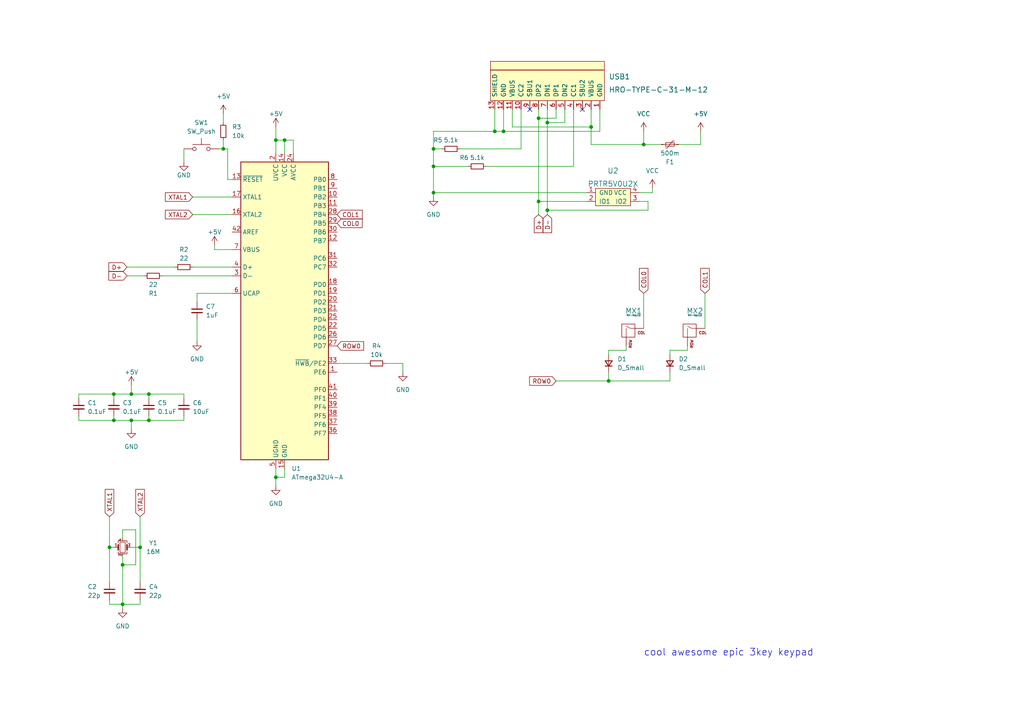
<source format=kicad_sch>
(kicad_sch (version 20211123) (generator eeschema)
  (paper "A4")
  (lib_symbols
    (symbol "Device:C_Small" (pin_numbers hide) (pin_names (offset 0.254) hide)
      (property "Reference" "C" (at 0.254 1.778 0))
      (property "Value" "C_Small" (at 0.254 -2.032 0))
      (symbol "C_Small_0_1"
        (polyline (pts (xy -1.524 -0.508) (xy 1.524 -0.508)) (stroke (width 0.3302)))
        (polyline (pts (xy -1.524 0.508) (xy 1.524 0.508)) (stroke (width 0.3048)))
      )
      (symbol "C_Small_1_1"
        (pin passive line (at 0 2.54 270) (length 2.032) (name "~") (number "1"))
        (pin passive line (at 0 -2.54 90) (length 2.032) (name "~") (number "2"))
      )
    )
    (symbol "Device:Crystal_GND24_Small" (pin_names (offset 1.016) hide)
      (property "Reference" "Y" (at 1.27 4.445 0))
      (property "Value" "Crystal_GND24_Small" (at 1.27 2.54 0))
      (symbol "Crystal_GND24_Small_0_1"
        (rectangle (start -0.762 -1.524) (end 0.762 1.524))
        (polyline (pts (xy -1.27 -0.762) (xy -1.27 0.762)) (stroke (width 0.381)))
        (polyline (pts (xy 1.27 -0.762) (xy 1.27 0.762)) (stroke (width 0.381)))
        (polyline (pts (xy -1.27 -1.27) (xy -1.27 -1.905) (xy 1.27 -1.905) (xy 1.27 -1.27)))
        (polyline (pts (xy -1.27 1.27) (xy -1.27 1.905) (xy 1.27 1.905) (xy 1.27 1.27)))
      )
      (symbol "Crystal_GND24_Small_1_1"
        (pin passive line (at -2.54 0 0) (length 1.27) (name "1") (number "1"))
        (pin passive line (at 0 -2.54 90) (length 0.635) (name "2") (number "2"))
        (pin passive line (at 2.54 0 180) (length 1.27) (name "3") (number "3"))
        (pin passive line (at 0 2.54 270) (length 0.635) (name "4") (number "4"))
      )
    )
    (symbol "Device:D_Small" (pin_numbers hide) (pin_names (offset 0.254) hide)
      (property "Reference" "D" (at -1.27 2.032 0))
      (property "Value" "D_Small" (at -3.81 -2.032 0))
      (symbol "D_Small_0_1"
        (polyline (pts (xy -0.762 -1.016) (xy -0.762 1.016)) (stroke (width 0.254)))
        (polyline (pts (xy -0.762 0) (xy 0.762 0)))
        (polyline (pts (xy 0.762 -1.016) (xy -0.762 0) (xy 0.762 1.016) (xy 0.762 -1.016)) (stroke (width 0.254)))
      )
      (symbol "D_Small_1_1"
        (pin passive line (at -2.54 0 0) (length 1.778) (name "K") (number "1"))
        (pin passive line (at 2.54 0 180) (length 1.778) (name "A") (number "2"))
      )
    )
    (symbol "Device:Polyfuse_Small" (pin_numbers hide) (pin_names (offset 0))
      (property "Reference" "F" (at -1.905 0 90))
      (property "Value" "Polyfuse_Small" (at 1.905 0 90))
      (symbol "Polyfuse_Small_0_1"
        (rectangle (start -0.508 1.27) (end 0.508 -1.27))
        (polyline (pts (xy 0 2.54) (xy 0 -2.54)))
        (polyline (pts (xy -1.016 1.27) (xy -1.016 0.762) (xy 1.016 -0.762) (xy 1.016 -1.27)))
      )
      (symbol "Polyfuse_Small_1_1"
        (pin passive line (at 0 2.54 270) (length 0.635) (name "~") (number "1"))
        (pin passive line (at 0 -2.54 90) (length 0.635) (name "~") (number "2"))
      )
    )
    (symbol "Device:R_Small" (pin_numbers hide) (pin_names (offset 0.254) hide)
      (property "Reference" "R" (at 0.762 0.508 0))
      (property "Value" "R_Small" (at 0.762 -1.016 0))
      (symbol "R_Small_0_1"
        (rectangle (start -0.762 1.778) (end 0.762 -1.778) (stroke (width 0.2032)))
      )
      (symbol "R_Small_1_1"
        (pin passive line (at 0 2.54 270) (length 0.762) (name "~") (number "1"))
        (pin passive line (at 0 -2.54 90) (length 0.762) (name "~") (number "2"))
      )
    )
    (symbol "MCU_Microchip_ATmega:ATmega32U4-A"
      (property "Reference" "U" (at -12.7 44.45 0))
      (property "Value" "ATmega32U4-A" (at 2.54 -44.45 0))
      (symbol "ATmega32U4-A_0_1"
        (rectangle (start -12.7 -43.18) (end 12.7 43.18) (stroke (width 0.254)) (fill (type background)))
      )
      (symbol "ATmega32U4-A_1_1"
        (pin bidirectional line (at 15.24 -17.78 180) (length 2.54) (name "PE6") (number "1"))
        (pin bidirectional line (at 15.24 33.02 180) (length 2.54) (name "PB2") (number "10"))
        (pin bidirectional line (at 15.24 30.48 180) (length 2.54) (name "PB3") (number "11"))
        (pin bidirectional line (at 15.24 20.32 180) (length 2.54) (name "PB7") (number "12"))
        (pin input line (at -15.24 38.1 0) (length 2.54) (name "~{RESET}") (number "13"))
        (pin power_in line (at 0 45.72 270) (length 2.54) (name "VCC") (number "14"))
        (pin power_in line (at 0 -45.72 90) (length 2.54) (name "GND") (number "15"))
        (pin output line (at -15.24 27.94 0) (length 2.54) (name "XTAL2") (number "16"))
        (pin input line (at -15.24 33.02 0) (length 2.54) (name "XTAL1") (number "17"))
        (pin bidirectional line (at 15.24 7.62 180) (length 2.54) (name "PD0") (number "18"))
        (pin bidirectional line (at 15.24 5.08 180) (length 2.54) (name "PD1") (number "19"))
        (pin power_in line (at -2.54 45.72 270) (length 2.54) (name "UVCC") (number "2"))
        (pin bidirectional line (at 15.24 2.54 180) (length 2.54) (name "PD2") (number "20"))
        (pin bidirectional line (at 15.24 0 180) (length 2.54) (name "PD3") (number "21"))
        (pin bidirectional line (at 15.24 -5.08 180) (length 2.54) (name "PD5") (number "22"))
        (pin passive line (at 0 -45.72 90) (length 2.54) hide (name "GND") (number "23"))
        (pin power_in line (at 2.54 45.72 270) (length 2.54) (name "AVCC") (number "24"))
        (pin bidirectional line (at 15.24 -2.54 180) (length 2.54) (name "PD4") (number "25"))
        (pin bidirectional line (at 15.24 -7.62 180) (length 2.54) (name "PD6") (number "26"))
        (pin bidirectional line (at 15.24 -10.16 180) (length 2.54) (name "PD7") (number "27"))
        (pin bidirectional line (at 15.24 27.94 180) (length 2.54) (name "PB4") (number "28"))
        (pin bidirectional line (at 15.24 25.4 180) (length 2.54) (name "PB5") (number "29"))
        (pin bidirectional line (at -15.24 10.16 0) (length 2.54) (name "D-") (number "3"))
        (pin bidirectional line (at 15.24 22.86 180) (length 2.54) (name "PB6") (number "30"))
        (pin bidirectional line (at 15.24 15.24 180) (length 2.54) (name "PC6") (number "31"))
        (pin bidirectional line (at 15.24 12.7 180) (length 2.54) (name "PC7") (number "32"))
        (pin bidirectional line (at 15.24 -15.24 180) (length 2.54) (name "~{HWB}/PE2") (number "33"))
        (pin passive line (at 0 45.72 270) (length 2.54) hide (name "VCC") (number "34"))
        (pin passive line (at 0 -45.72 90) (length 2.54) hide (name "GND") (number "35"))
        (pin bidirectional line (at 15.24 -35.56 180) (length 2.54) (name "PF7") (number "36"))
        (pin bidirectional line (at 15.24 -33.02 180) (length 2.54) (name "PF6") (number "37"))
        (pin bidirectional line (at 15.24 -30.48 180) (length 2.54) (name "PF5") (number "38"))
        (pin bidirectional line (at 15.24 -27.94 180) (length 2.54) (name "PF4") (number "39"))
        (pin bidirectional line (at -15.24 12.7 0) (length 2.54) (name "D+") (number "4"))
        (pin bidirectional line (at 15.24 -25.4 180) (length 2.54) (name "PF1") (number "40"))
        (pin bidirectional line (at 15.24 -22.86 180) (length 2.54) (name "PF0") (number "41"))
        (pin passive line (at -15.24 22.86 0) (length 2.54) (name "AREF") (number "42"))
        (pin passive line (at 0 -45.72 90) (length 2.54) hide (name "GND") (number "43"))
        (pin passive line (at 2.54 45.72 270) (length 2.54) hide (name "AVCC") (number "44"))
        (pin passive line (at -2.54 -45.72 90) (length 2.54) (name "UGND") (number "5"))
        (pin passive line (at -15.24 5.08 0) (length 2.54) (name "UCAP") (number "6"))
        (pin input line (at -15.24 17.78 0) (length 2.54) (name "VBUS") (number "7"))
        (pin bidirectional line (at 15.24 38.1 180) (length 2.54) (name "PB0") (number "8"))
        (pin bidirectional line (at 15.24 35.56 180) (length 2.54) (name "PB1") (number "9"))
      )
    )
    (symbol "MX_Alps_Hybrid:MX-NoLED" (pin_names (offset 1.016))
      (property "Reference" "MX" (at -0.635 3.81 0))
      (property "Value" "MX-NoLED" (at -0.635 1.27 0))
      (symbol "MX-NoLED_0_0"
        (rectangle (start -2.54 2.54) (end 1.27 -1.27))
        (polyline (pts (xy -1.27 -1.27) (xy -1.27 1.27)) (stroke (width 0.127)))
        (polyline (pts (xy 1.27 1.27) (xy 0 1.27) (xy -1.27 1.905)) (stroke (width 0.127)))
        (text "COL" (at 3.175 0 0) (effects (font (size 0.762 0.762))))
        (text "ROW" (at 0 -1.905 900) (effects (font (size 0.762 0.762)) (justify right)))
      )
      (symbol "MX-NoLED_1_1"
        (pin passive line (at 3.81 1.27 180) (length 2.54) (name "COL") (number "1"))
        (pin passive line (at -1.27 -3.81 90) (length 2.54) (name "ROW") (number "2"))
      )
    )
    (symbol "Switch:SW_Push" (pin_numbers hide) (pin_names (offset 1.016) hide)
      (property "Reference" "SW" (at 1.27 2.54 0))
      (property "Value" "SW_Push" (at 0 -1.524 0))
      (symbol "SW_Push_0_1"
        (circle (center -2.032 0) (radius 0.508))
        (polyline (pts (xy 0 1.27) (xy 0 3.048)))
        (polyline (pts (xy 2.54 1.27) (xy -2.54 1.27)))
        (circle (center 2.032 0) (radius 0.508))
        (pin passive line (at -5.08 0 0) (length 2.54) (name "1") (number "1"))
        (pin passive line (at 5.08 0 180) (length 2.54) (name "2") (number "2"))
      )
    )
    (symbol "Type-C:HRO-TYPE-C-31-M-12" (pin_names (offset 1.016))
      (property "Reference" "USB" (at -5.08 16.51 0))
      (property "Value" "HRO-TYPE-C-31-M-12" (at -10.16 -1.27 90))
      (symbol "HRO-TYPE-C-31-M-12_0_1"
        (rectangle (start -11.43 15.24) (end -8.89 -17.78) (fill (type background)))
        (rectangle (start 0 -17.78) (end -8.89 15.24) (fill (type background)))
      )
      (symbol "HRO-TYPE-C-31-M-12_1_1"
        (pin input line (at 2.54 13.97 180) (length 2.54) (name "GND") (number "1"))
        (pin input line (at 2.54 -8.89 180) (length 2.54) (name "CC2") (number "10"))
        (pin input line (at 2.54 -11.43 180) (length 2.54) (name "VBUS") (number "11"))
        (pin input line (at 2.54 -13.97 180) (length 2.54) (name "GND") (number "12"))
        (pin input line (at 2.54 -16.51 180) (length 2.54) (name "SHIELD") (number "13"))
        (pin input line (at 2.54 11.43 180) (length 2.54) (name "VBUS") (number "2"))
        (pin input line (at 2.54 8.89 180) (length 2.54) (name "SBU2") (number "3"))
        (pin input line (at 2.54 6.35 180) (length 2.54) (name "CC1") (number "4"))
        (pin input line (at 2.54 3.81 180) (length 2.54) (name "DN2") (number "5"))
        (pin input line (at 2.54 1.27 180) (length 2.54) (name "DP1") (number "6"))
        (pin input line (at 2.54 -1.27 180) (length 2.54) (name "DN1") (number "7"))
        (pin input line (at 2.54 -3.81 180) (length 2.54) (name "DP2") (number "8"))
        (pin input line (at 2.54 -6.35 180) (length 2.54) (name "SBU1") (number "9"))
      )
    )
    (symbol "power:+5V" (power) (pin_names (offset 0))
      (property "Value" "+5V" (at 0 3.556 0))
      (symbol "+5V_0_1"
        (polyline (pts (xy -0.762 1.27) (xy 0 2.54)))
        (polyline (pts (xy 0 0) (xy 0 2.54)))
        (polyline (pts (xy 0 2.54) (xy 0.762 1.27)))
      )
      (symbol "+5V_1_1"
        (pin power_in line (at 0 0 90) (length 0) hide (name "+5V") (number "1"))
      )
    )
    (symbol "power:GND" (power) (pin_names (offset 0))
      (property "Value" "GND" (at 0 -3.81 0))
      (symbol "GND_0_1"
        (polyline (pts (xy 0 0) (xy 0 -1.27) (xy 1.27 -1.27) (xy 0 -2.54) (xy -1.27 -1.27) (xy 0 -1.27)))
      )
      (symbol "GND_1_1"
        (pin power_in line (at 0 0 270) (length 0) hide (name "GND") (number "1"))
      )
    )
    (symbol "power:VCC" (power) (pin_names (offset 0))
      (property "Value" "VCC" (at 0 3.81 0))
      (symbol "VCC_0_1"
        (polyline (pts (xy -0.762 1.27) (xy 0 2.54)))
        (polyline (pts (xy 0 0) (xy 0 2.54)))
        (polyline (pts (xy 0 2.54) (xy 0.762 1.27)))
      )
      (symbol "VCC_1_1"
        (pin power_in line (at 0 0 90) (length 0) hide (name "VCC") (number "1"))
      )
    )
    (symbol "random-keyboard-parts:PRTR5V0U2X" (pin_names (offset 1.016))
      (property "Reference" "U" (at 0 3.81 0))
      (property "Value" "PRTR5V0U2X" (at 0 -3.81 0))
      (symbol "PRTR5V0U2X_0_1"
        (rectangle (start -5.08 2.54) (end 5.08 -2.54) (fill (type background)))
      )
      (symbol "PRTR5V0U2X_1_1"
        (pin input line (at -7.62 1.27 0) (length 2.54) (name "GND") (number "1"))
        (pin input line (at -7.62 -1.27 0) (length 2.54) (name "IO1") (number "2"))
        (pin input line (at 7.62 -1.27 180) (length 2.54) (name "IO2") (number "3"))
        (pin input line (at 7.62 1.27 180) (length 2.54) (name "VCC") (number "4"))
      )
    )
  )
  (junction (at 43.18 121.92))
  (junction (at 43.18 114.3))
  (junction (at 31.75 158.75))
  (junction (at 80.01 138.43))
  (junction (at 143.51 38.1))
  (junction (at 156.21 34.29))
  (junction (at 35.56 163.83))
  (junction (at 35.56 175.26))
  (junction (at 158.75 60.96))
  (junction (at 125.73 55.88))
  (junction (at 125.73 48.26))
  (junction (at 158.75 35.56))
  (junction (at 40.64 158.75))
  (junction (at 80.01 40.64))
  (junction (at 33.02 114.3))
  (junction (at 38.1 114.3))
  (junction (at 146.05 38.1))
  (junction (at 125.73 43.18))
  (junction (at 33.02 121.92))
  (junction (at 82.55 40.64))
  (junction (at 171.45 36.83))
  (junction (at 64.77 43.18))
  (junction (at 176.53 110.49))
  (junction (at 186.69 41.91))
  (junction (at 156.21 58.42))
  (junction (at 38.1 121.92))
  (no_connect (at 153.67 31.75))
  (no_connect (at 168.91 31.75))
  (wire (pts (xy 46.99 80.01) (xy 67.31 80.01)))
  (wire (pts (xy 31.75 149.86) (xy 31.75 158.75)))
  (wire (pts (xy 80.01 135.89) (xy 80.01 138.43)))
  (wire (pts (xy 82.55 44.45) (xy 82.55 40.64)))
  (wire (pts (xy 85.09 44.45) (xy 85.09 40.64)))
  (wire (pts (xy 140.97 48.26) (xy 166.37 48.26)))
  (wire (pts (xy 133.35 43.18) (xy 151.13 43.18)))
  (wire (pts (xy 194.31 101.6) (xy 199.39 101.6)))
  (wire (pts (xy 156.21 34.29) (xy 156.21 58.42)))
  (wire (pts (xy 171.45 36.83) (xy 148.59 36.83)))
  (wire (pts (xy 194.31 107.95) (xy 194.31 110.49)))
  (wire (pts (xy 146.05 31.75) (xy 146.05 38.1)))
  (wire (pts (xy 191.77 41.91) (xy 186.69 41.91)))
  (wire (pts (xy 80.01 40.64) (xy 80.01 44.45)))
  (wire (pts (xy 125.73 48.26) (xy 125.73 55.88)))
  (wire (pts (xy 156.21 31.75) (xy 156.21 34.29)))
  (wire (pts (xy 31.75 158.75) (xy 33.02 158.75)))
  (wire (pts (xy 53.34 114.3) (xy 43.18 114.3)))
  (wire (pts (xy 31.75 173.99) (xy 31.75 175.26)))
  (wire (pts (xy 53.34 120.65) (xy 53.34 121.92)))
  (wire (pts (xy 176.53 102.87) (xy 176.53 101.6)))
  (wire (pts (xy 111.76 105.41) (xy 116.84 105.41)))
  (wire (pts (xy 166.37 48.26) (xy 166.37 31.75)))
  (wire (pts (xy 57.15 92.71) (xy 57.15 99.06)))
  (wire (pts (xy 146.05 38.1) (xy 143.51 38.1)))
  (wire (pts (xy 35.56 175.26) (xy 35.56 176.53)))
  (wire (pts (xy 204.47 85.09) (xy 204.47 95.25)))
  (wire (pts (xy 196.85 41.91) (xy 203.2 41.91)))
  (wire (pts (xy 55.88 77.47) (xy 67.31 77.47)))
  (wire (pts (xy 55.88 62.23) (xy 67.31 62.23)))
  (wire (pts (xy 57.15 87.63) (xy 57.15 85.09)))
  (wire (pts (xy 161.29 34.29) (xy 156.21 34.29)))
  (wire (pts (xy 156.21 58.42) (xy 170.18 58.42)))
  (wire (pts (xy 187.96 60.96) (xy 158.75 60.96)))
  (wire (pts (xy 38.1 158.75) (xy 40.64 158.75)))
  (wire (pts (xy 125.73 38.1) (xy 143.51 38.1)))
  (wire (pts (xy 82.55 40.64) (xy 80.01 40.64)))
  (wire (pts (xy 156.21 58.42) (xy 156.21 62.23)))
  (wire (pts (xy 194.31 110.49) (xy 176.53 110.49)))
  (wire (pts (xy 36.83 77.47) (xy 50.8 77.47)))
  (wire (pts (xy 80.01 36.83) (xy 80.01 40.64)))
  (wire (pts (xy 64.77 43.18) (xy 66.04 43.18)))
  (wire (pts (xy 33.02 114.3) (xy 22.86 114.3)))
  (wire (pts (xy 62.23 72.39) (xy 62.23 71.12)))
  (wire (pts (xy 171.45 41.91) (xy 186.69 41.91)))
  (wire (pts (xy 80.01 138.43) (xy 80.01 140.97)))
  (wire (pts (xy 185.42 58.42) (xy 187.96 58.42)))
  (wire (pts (xy 38.1 114.3) (xy 33.02 114.3)))
  (wire (pts (xy 143.51 38.1) (xy 143.51 31.75)))
  (wire (pts (xy 176.53 101.6) (xy 181.61 101.6)))
  (wire (pts (xy 40.64 175.26) (xy 35.56 175.26)))
  (wire (pts (xy 171.45 36.83) (xy 171.45 41.91)))
  (wire (pts (xy 35.56 163.83) (xy 39.37 163.83)))
  (wire (pts (xy 189.23 55.88) (xy 189.23 54.61)))
  (wire (pts (xy 176.53 107.95) (xy 176.53 110.49)))
  (wire (pts (xy 199.39 101.6) (xy 199.39 100.33)))
  (wire (pts (xy 181.61 101.6) (xy 181.61 100.33)))
  (wire (pts (xy 185.42 55.88) (xy 189.23 55.88)))
  (wire (pts (xy 35.56 163.83) (xy 35.56 175.26)))
  (wire (pts (xy 57.15 85.09) (xy 67.31 85.09)))
  (wire (pts (xy 35.56 161.29) (xy 35.56 163.83)))
  (wire (pts (xy 125.73 55.88) (xy 125.73 57.15)))
  (wire (pts (xy 128.27 43.18) (xy 125.73 43.18)))
  (wire (pts (xy 38.1 111.76) (xy 38.1 114.3)))
  (wire (pts (xy 38.1 121.92) (xy 38.1 124.46)))
  (wire (pts (xy 64.77 33.02) (xy 64.77 35.56)))
  (wire (pts (xy 125.73 43.18) (xy 125.73 48.26)))
  (wire (pts (xy 194.31 102.87) (xy 194.31 101.6)))
  (wire (pts (xy 161.29 31.75) (xy 161.29 34.29)))
  (wire (pts (xy 85.09 40.64) (xy 82.55 40.64)))
  (wire (pts (xy 43.18 120.65) (xy 43.18 121.92)))
  (wire (pts (xy 43.18 114.3) (xy 43.18 115.57)))
  (wire (pts (xy 43.18 121.92) (xy 53.34 121.92)))
  (wire (pts (xy 186.69 85.09) (xy 186.69 95.25)))
  (wire (pts (xy 173.99 31.75) (xy 173.99 38.1)))
  (wire (pts (xy 163.83 35.56) (xy 158.75 35.56)))
  (wire (pts (xy 53.34 115.57) (xy 53.34 114.3)))
  (wire (pts (xy 33.02 114.3) (xy 33.02 115.57)))
  (wire (pts (xy 173.99 38.1) (xy 146.05 38.1)))
  (wire (pts (xy 43.18 114.3) (xy 38.1 114.3)))
  (wire (pts (xy 203.2 41.91) (xy 203.2 38.1)))
  (wire (pts (xy 97.79 105.41) (xy 106.68 105.41)))
  (wire (pts (xy 158.75 60.96) (xy 158.75 62.23)))
  (wire (pts (xy 67.31 72.39) (xy 62.23 72.39)))
  (wire (pts (xy 33.02 121.92) (xy 38.1 121.92)))
  (wire (pts (xy 38.1 121.92) (xy 43.18 121.92)))
  (wire (pts (xy 125.73 55.88) (xy 170.18 55.88)))
  (wire (pts (xy 148.59 36.83) (xy 148.59 31.75)))
  (wire (pts (xy 158.75 35.56) (xy 158.75 60.96)))
  (wire (pts (xy 22.86 120.65) (xy 22.86 121.92)))
  (wire (pts (xy 31.75 168.91) (xy 31.75 158.75)))
  (wire (pts (xy 66.04 52.07) (xy 67.31 52.07)))
  (wire (pts (xy 187.96 58.42) (xy 187.96 60.96)))
  (wire (pts (xy 35.56 156.21) (xy 35.56 153.67)))
  (wire (pts (xy 40.64 158.75) (xy 40.64 168.91)))
  (wire (pts (xy 22.86 114.3) (xy 22.86 115.57)))
  (wire (pts (xy 64.77 40.64) (xy 64.77 43.18)))
  (wire (pts (xy 63.5 43.18) (xy 64.77 43.18)))
  (wire (pts (xy 171.45 31.75) (xy 171.45 36.83)))
  (wire (pts (xy 53.34 43.18) (xy 53.34 46.99)))
  (wire (pts (xy 39.37 153.67) (xy 39.37 163.83)))
  (wire (pts (xy 40.64 149.86) (xy 40.64 158.75)))
  (wire (pts (xy 35.56 153.67) (xy 39.37 153.67)))
  (wire (pts (xy 116.84 105.41) (xy 116.84 107.95)))
  (wire (pts (xy 158.75 31.75) (xy 158.75 35.56)))
  (wire (pts (xy 22.86 121.92) (xy 33.02 121.92)))
  (wire (pts (xy 163.83 31.75) (xy 163.83 35.56)))
  (wire (pts (xy 186.69 41.91) (xy 186.69 38.1)))
  (wire (pts (xy 31.75 175.26) (xy 35.56 175.26)))
  (wire (pts (xy 66.04 43.18) (xy 66.04 52.07)))
  (wire (pts (xy 33.02 120.65) (xy 33.02 121.92)))
  (wire (pts (xy 176.53 110.49) (xy 161.29 110.49)))
  (wire (pts (xy 82.55 135.89) (xy 82.55 138.43)))
  (wire (pts (xy 125.73 48.26) (xy 135.89 48.26)))
  (wire (pts (xy 151.13 43.18) (xy 151.13 31.75)))
  (wire (pts (xy 36.83 80.01) (xy 41.91 80.01)))
  (wire (pts (xy 125.73 43.18) (xy 125.73 38.1)))
  (wire (pts (xy 82.55 138.43) (xy 80.01 138.43)))
  (wire (pts (xy 40.64 173.99) (xy 40.64 175.26)))
  (wire (pts (xy 55.88 57.15) (xy 67.31 57.15)))
  (text "cool awesome epic 3key keypad" (at 186.69 190.5 0) (effects (font (size 2 2)) (justify left bottom)))
  (global_label "XTAL2" (shape input) (at 55.88 62.23 180) (property "Intersheet References" "${INTERSHEET_REFS}" (effects hide)))
  (global_label "XTAL1" (shape input) (at 31.75 149.86 90) (property "Intersheet References" "${INTERSHEET_REFS}" (effects hide)))
  (global_label "COL1" (shape input) (at 204.47 85.09 90) (property "Intersheet References" "${INTERSHEET_REFS}" (effects hide)))
  (global_label "COL0" (shape input) (at 97.79 64.77 0) (property "Intersheet References" "${INTERSHEET_REFS}" (effects hide)))
  (global_label "COL0" (shape input) (at 186.69 85.09 90) (property "Intersheet References" "${INTERSHEET_REFS}" (effects hide)))
  (global_label "ROW0" (shape input) (at 97.79 100.33 0) (property "Intersheet References" "${INTERSHEET_REFS}" (effects hide)))
  (global_label "COL1" (shape input) (at 97.79 62.23 0) (property "Intersheet References" "${INTERSHEET_REFS}" (effects hide)))
  (global_label "XTAL1" (shape input) (at 55.88 57.15 180) (property "Intersheet References" "${INTERSHEET_REFS}" (effects hide)))
  (global_label "XTAL2" (shape input) (at 40.64 149.86 90) (property "Intersheet References" "${INTERSHEET_REFS}" (effects hide)))
  (global_label "D-" (shape input) (at 158.75 62.23 270) (property "Intersheet References" "${INTERSHEET_REFS}" (effects hide)))
  (global_label "D-" (shape input) (at 36.83 80.01 180) (property "Intersheet References" "${INTERSHEET_REFS}" (effects hide)))
  (global_label "ROW0" (shape input) (at 161.29 110.49 180) (property "Intersheet References" "${INTERSHEET_REFS}" (effects hide)))
  (global_label "D+" (shape input) (at 36.83 77.47 180) (property "Intersheet References" "${INTERSHEET_REFS}" (effects hide)))
  (global_label "D+" (shape input) (at 156.21 62.23 270) (property "Intersheet References" "${INTERSHEET_REFS}" (effects hide)))
  (symbol (lib_id "MX_Alps_Hybrid:MX-NoLED") (at 200.66 96.52 0) (unit 1)
    (property "Reference" "MX2" (at 201.5456 90.17 0) (effects (font (size 1.524 1.524))))
    (property "Value" "MX-NoLED" (at 201.5456 91.44 0) (effects (font (size 0.508 0.508))))
    (property "Footprint" "MX_Alps_Hybrid:MX-1U-NoLED" (effects hide))
  )
  (symbol (lib_id "Device:R_Small") (at 130.81 43.18 90) (unit 1)
    (property "Reference" "R5" (at 127 40.64 90))
    (property "Value" "5.1k" (at 130.81 40.64 90))
    (property "Footprint" "Resistor_SMD:R_0805_2012Metric" (effects hide))
  )
  (symbol (lib_id "Device:C_Small") (at 22.86 118.11 0) (unit 1)
    (property "Reference" "C1" (at 25.4 116.8462 0) (effects (justify left)))
    (property "Value" "0.1uF" (at 25.4 119.3862 0) (effects (justify left)))
    (property "Footprint" "Capacitor_SMD:C_0805_2012Metric" (effects hide))
  )
  (symbol (lib_id "Device:R_Small") (at 53.34 77.47 90) (unit 1)
    (property "Reference" "R2" (at 53.34 72.39 90))
    (property "Value" "22" (at 53.34 74.93 90))
    (property "Footprint" "Resistor_SMD:R_0805_2012Metric" (effects hide))
  )
  (symbol (lib_id "power:GND") (at 80.01 140.97 0) (unit 1)
    (property "Reference" "#PWR0104" (effects hide))
    (property "Value" "GND" (at 80.01 146.05 0))
  )
  (symbol (lib_id "Device:Polyfuse_Small") (at 194.31 41.91 90) (unit 1)
    (property "Reference" "F1" (at 194.31 46.99 90))
    (property "Value" "500m" (at 194.31 44.45 90))
    (property "Footprint" "Fuse:Fuse_1206_3216Metric" (effects hide))
  )
  (symbol (lib_id "Device:C_Small") (at 33.02 118.11 0) (unit 1)
    (property "Reference" "C3" (at 35.56 116.8462 0) (effects (justify left)))
    (property "Value" "0.1uF" (at 35.56 119.3862 0) (effects (justify left)))
    (property "Footprint" "Capacitor_SMD:C_0805_2012Metric" (effects hide))
  )
  (symbol (lib_id "power:+5V") (at 203.2 38.1 0) (unit 1)
    (property "Reference" "#PWR0110" (effects hide))
    (property "Value" "+5V" (at 203.2 33.02 0))
  )
  (symbol (lib_id "power:+5V") (at 80.01 36.83 0) (unit 1)
    (property "Reference" "#PWR0111" (effects hide))
    (property "Value" "+5V" (at 80.01 33.02 0))
  )
  (symbol (lib_id "Device:R_Small") (at 44.45 80.01 90) (unit 1)
    (property "Reference" "R1" (at 44.45 85.09 90))
    (property "Value" "22" (at 44.45 82.55 90))
    (property "Footprint" "Resistor_SMD:R_0805_2012Metric" (effects hide))
  )
  (symbol (lib_id "Switch:SW_Push") (at 58.42 43.18 0) (unit 1)
    (property "Reference" "SW1" (at 58.42 35.56 0))
    (property "Value" "SW_Push" (at 58.42 38.1 0))
    (property "Footprint" "random-keyboard-parts:SKQG-1155865" (effects hide))
  )
  (symbol (lib_id "power:+5V") (at 38.1 111.76 0) (unit 1)
    (property "Reference" "#PWR0102" (effects hide))
    (property "Value" "+5V" (at 38.1 107.95 0))
  )
  (symbol (lib_id "Device:D_Small") (at 176.53 105.41 90) (unit 1)
    (property "Reference" "D1" (at 179.07 104.1399 90) (effects (justify right)))
    (property "Value" "D_Small" (at 179.07 106.6799 90) (effects (justify right)))
    (property "Footprint" "Diode_SMD:D_SOD-123" (effects hide))
  )
  (symbol (lib_id "Device:C_Small") (at 57.15 90.17 0) (unit 1)
    (property "Reference" "C7" (at 59.69 88.9062 0) (effects (justify left)))
    (property "Value" "1uF" (at 59.69 91.4462 0) (effects (justify left)))
    (property "Footprint" "Capacitor_SMD:C_0805_2012Metric" (effects hide))
  )
  (symbol (lib_id "MCU_Microchip_ATmega:ATmega32U4-A") (at 82.55 90.17 0) (unit 1)
    (property "Reference" "U1" (at 84.5694 135.89 0) (effects (justify left)))
    (property "Value" "ATmega32U4-A" (at 84.5694 138.43 0) (effects (justify left)))
    (property "Footprint" "Package_QFP:TQFP-44_10x10mm_P0.8mm" (effects hide))
    (property "Datasheet" "http://ww1.microchip.com/downloads/en/DeviceDoc/Atmel-7766-8-bit-AVR-ATmega16U4-32U4_Datasheet.pdf" (effects hide))
  )
  (symbol (lib_id "power:+5V") (at 62.23 71.12 0) (unit 1)
    (property "Reference" "#PWR0103" (effects hide))
    (property "Value" "+5V" (at 62.23 67.31 0))
  )
  (symbol (lib_id "MX_Alps_Hybrid:MX-NoLED") (at 182.88 96.52 0) (unit 1)
    (property "Reference" "MX1" (at 183.7656 90.17 0) (effects (font (size 1.524 1.524))))
    (property "Value" "MX-NoLED" (at 183.7656 91.44 0) (effects (font (size 0.508 0.508))))
    (property "Footprint" "MX_Alps_Hybrid:MX-1U-NoLED" (effects hide))
  )
  (symbol (lib_id "power:GND") (at 125.73 57.15 0) (unit 1)
    (property "Reference" "#PWR0107" (effects hide))
    (property "Value" "GND" (at 125.73 62.23 0))
  )
  (symbol (lib_id "Device:D_Small") (at 194.31 105.41 90) (unit 1)
    (property "Reference" "D2" (at 196.85 104.1399 90) (effects (justify right)))
    (property "Value" "D_Small" (at 196.85 106.6799 90) (effects (justify right)))
    (property "Footprint" "Diode_SMD:D_SOD-123" (effects hide))
  )
  (symbol (lib_id "Device:C_Small") (at 31.75 171.45 0) (unit 1)
    (property "Reference" "C2" (at 25.4 170.18 0) (effects (justify left)))
    (property "Value" "22p" (at 25.4 172.72 0) (effects (justify left)))
    (property "Footprint" "Capacitor_SMD:C_0805_2012Metric" (effects hide))
  )
  (symbol (lib_id "Device:C_Small") (at 40.64 171.45 0) (unit 1)
    (property "Reference" "C4" (at 43.18 170.1862 0) (effects (justify left)))
    (property "Value" "22p" (at 43.18 172.7262 0) (effects (justify left)))
    (property "Footprint" "Capacitor_SMD:C_0805_2012Metric" (effects hide))
  )
  (symbol (lib_id "Device:R_Small") (at 109.22 105.41 90) (unit 1)
    (property "Reference" "R4" (at 109.22 100.33 90))
    (property "Value" "10k" (at 109.22 102.87 90))
    (property "Footprint" "Resistor_SMD:R_0805_2012Metric" (effects hide))
  )
  (symbol (lib_id "power:VCC") (at 186.69 38.1 0) (unit 1)
    (property "Reference" "#PWR0108" (effects hide))
    (property "Value" "VCC" (at 186.69 33.02 0))
  )
  (symbol (lib_id "Device:R_Small") (at 138.43 48.26 90) (unit 1)
    (property "Reference" "R6" (at 134.62 45.72 90))
    (property "Value" "5.1k" (at 138.43 45.72 90))
    (property "Footprint" "Resistor_SMD:R_0805_2012Metric" (effects hide))
  )
  (symbol (lib_id "power:GND") (at 35.56 176.53 0) (unit 1)
    (property "Reference" "#PWR0114" (effects hide))
    (property "Value" "GND" (at 35.56 181.61 0))
  )
  (symbol (lib_id "power:GND") (at 38.1 124.46 0) (unit 1)
    (property "Reference" "#PWR0105" (effects hide))
    (property "Value" "GND" (at 38.1 129.54 0))
  )
  (symbol (lib_id "power:+5V") (at 64.77 33.02 0) (unit 1)
    (property "Reference" "#PWR0112" (effects hide))
    (property "Value" "+5V" (at 64.77 27.94 0))
  )
  (symbol (lib_id "Type-C:HRO-TYPE-C-31-M-12") (at 160.02 29.21 270) (unit 1)
    (property "Reference" "USB1" (at 176.53 22.225 90) (effects (font (size 1.524 1.524)) (justify left)))
    (property "Value" "HRO-TYPE-C-31-M-12" (at 176.53 26.035 90) (effects (font (size 1.524 1.524)) (justify left)))
    (property "Footprint" "Type-C:HRO-TYPE-C-31-M-12-HandSoldering" (effects hide))
  )
  (symbol (lib_id "Device:C_Small") (at 43.18 118.11 0) (unit 1)
    (property "Reference" "C5" (at 45.72 116.8462 0) (effects (justify left)))
    (property "Value" "0.1uF" (at 45.72 119.3862 0) (effects (justify left)))
    (property "Footprint" "Capacitor_SMD:C_0805_2012Metric" (effects hide))
  )
  (symbol (lib_id "random-keyboard-parts:PRTR5V0U2X") (at 177.8 57.15 0) (unit 1)
    (property "Reference" "U2" (at 177.8 49.53 0) (effects (font (size 1.524 1.524))))
    (property "Value" "PRTR5V0U2X" (at 177.8 53.34 0) (effects (font (size 1.524 1.524))))
    (property "Footprint" "random-keyboard-parts:SOT143B" (effects hide))
  )
  (symbol (lib_id "power:GND") (at 53.34 46.99 0) (unit 1)
    (property "Reference" "#PWR0113" (effects hide))
    (property "Value" "GND" (at 53.34 50.8 0))
  )
  (symbol (lib_id "Device:C_Small") (at 53.34 118.11 0) (unit 1)
    (property "Reference" "C6" (at 55.88 116.8462 0) (effects (justify left)))
    (property "Value" "10uF" (at 55.88 119.3862 0) (effects (justify left)))
    (property "Footprint" "Capacitor_SMD:C_0805_2012Metric" (effects hide))
  )
  (symbol (lib_id "Device:R_Small") (at 64.77 38.1 0) (unit 1)
    (property "Reference" "R3" (at 67.31 36.8299 0) (effects (justify left)))
    (property "Value" "10k" (at 67.31 39.3699 0) (effects (justify left)))
    (property "Footprint" "Resistor_SMD:R_0805_2012Metric" (effects hide))
  )
  (symbol (lib_id "power:GND") (at 116.84 107.95 0) (unit 1)
    (property "Reference" "#PWR0106" (effects hide))
    (property "Value" "GND" (at 116.84 113.03 0))
  )
  (symbol (lib_id "power:GND") (at 57.15 99.06 0) (unit 1)
    (property "Reference" "#PWR0101" (effects hide))
    (property "Value" "GND" (at 57.15 104.14 0))
  )
  (symbol (lib_id "Device:Crystal_GND24_Small") (at 35.56 158.75 0) (unit 1)
    (property "Reference" "Y1" (at 44.45 157.48 0))
    (property "Value" "16M" (at 44.45 160.02 0))
    (property "Footprint" "Crystal:Crystal_SMD_3225-4Pin_3.2x2.5mm" (effects hide))
  )
  (symbol (lib_id "power:VCC") (at 189.23 54.61 0) (unit 1)
    (property "Reference" "#PWR0109" (effects hide))
    (property "Value" "VCC" (at 189.23 49.53 0))
  )
)
</source>
